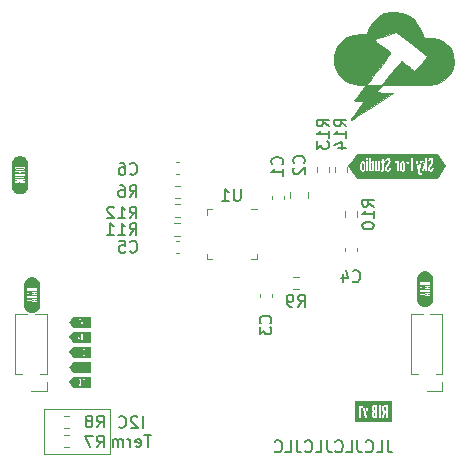
<source format=gbo>
%TF.GenerationSoftware,KiCad,Pcbnew,6.0.9-8da3e8f707~117~ubuntu22.04.1*%
%TF.CreationDate,2022-12-08T12:56:37-05:00*%
%TF.ProjectId,rotary_input_board,726f7461-7279-45f6-996e-7075745f626f,rev?*%
%TF.SameCoordinates,Original*%
%TF.FileFunction,Legend,Bot*%
%TF.FilePolarity,Positive*%
%FSLAX46Y46*%
G04 Gerber Fmt 4.6, Leading zero omitted, Abs format (unit mm)*
G04 Created by KiCad (PCBNEW 6.0.9-8da3e8f707~117~ubuntu22.04.1) date 2022-12-08 12:56:37*
%MOMM*%
%LPD*%
G01*
G04 APERTURE LIST*
%ADD10C,0.150000*%
%ADD11C,0.120000*%
%ADD12C,0.010000*%
G04 APERTURE END LIST*
D10*
X163219047Y-117452380D02*
X163219047Y-118166666D01*
X163266666Y-118309523D01*
X163361904Y-118404761D01*
X163504761Y-118452380D01*
X163600000Y-118452380D01*
X162266666Y-118452380D02*
X162742857Y-118452380D01*
X162742857Y-117452380D01*
X161361904Y-118357142D02*
X161409523Y-118404761D01*
X161552380Y-118452380D01*
X161647619Y-118452380D01*
X161790476Y-118404761D01*
X161885714Y-118309523D01*
X161933333Y-118214285D01*
X161980952Y-118023809D01*
X161980952Y-117880952D01*
X161933333Y-117690476D01*
X161885714Y-117595238D01*
X161790476Y-117500000D01*
X161647619Y-117452380D01*
X161552380Y-117452380D01*
X161409523Y-117500000D01*
X161361904Y-117547619D01*
X160647619Y-117452380D02*
X160647619Y-118166666D01*
X160695238Y-118309523D01*
X160790476Y-118404761D01*
X160933333Y-118452380D01*
X161028571Y-118452380D01*
X159695238Y-118452380D02*
X160171428Y-118452380D01*
X160171428Y-117452380D01*
X158790476Y-118357142D02*
X158838095Y-118404761D01*
X158980952Y-118452380D01*
X159076190Y-118452380D01*
X159219047Y-118404761D01*
X159314285Y-118309523D01*
X159361904Y-118214285D01*
X159409523Y-118023809D01*
X159409523Y-117880952D01*
X159361904Y-117690476D01*
X159314285Y-117595238D01*
X159219047Y-117500000D01*
X159076190Y-117452380D01*
X158980952Y-117452380D01*
X158838095Y-117500000D01*
X158790476Y-117547619D01*
X158076190Y-117452380D02*
X158076190Y-118166666D01*
X158123809Y-118309523D01*
X158219047Y-118404761D01*
X158361904Y-118452380D01*
X158457142Y-118452380D01*
X157123809Y-118452380D02*
X157600000Y-118452380D01*
X157600000Y-117452380D01*
X156219047Y-118357142D02*
X156266666Y-118404761D01*
X156409523Y-118452380D01*
X156504761Y-118452380D01*
X156647619Y-118404761D01*
X156742857Y-118309523D01*
X156790476Y-118214285D01*
X156838095Y-118023809D01*
X156838095Y-117880952D01*
X156790476Y-117690476D01*
X156742857Y-117595238D01*
X156647619Y-117500000D01*
X156504761Y-117452380D01*
X156409523Y-117452380D01*
X156266666Y-117500000D01*
X156219047Y-117547619D01*
X155504761Y-117452380D02*
X155504761Y-118166666D01*
X155552380Y-118309523D01*
X155647619Y-118404761D01*
X155790476Y-118452380D01*
X155885714Y-118452380D01*
X154552380Y-118452380D02*
X155028571Y-118452380D01*
X155028571Y-117452380D01*
X153647619Y-118357142D02*
X153695238Y-118404761D01*
X153838095Y-118452380D01*
X153933333Y-118452380D01*
X154076190Y-118404761D01*
X154171428Y-118309523D01*
X154219047Y-118214285D01*
X154266666Y-118023809D01*
X154266666Y-117880952D01*
X154219047Y-117690476D01*
X154171428Y-117595238D01*
X154076190Y-117500000D01*
X153933333Y-117452380D01*
X153838095Y-117452380D01*
X153695238Y-117500000D01*
X153647619Y-117547619D01*
D11*
X139700000Y-114808000D02*
X134112000Y-114808000D01*
X134112000Y-114808000D02*
X134112000Y-118618000D01*
X134112000Y-118618000D02*
X139700000Y-118618000D01*
X139700000Y-118618000D02*
X139700000Y-114808000D01*
D10*
X142454190Y-116397380D02*
X142454190Y-115397380D01*
X142025619Y-115492619D02*
X141978000Y-115445000D01*
X141882761Y-115397380D01*
X141644666Y-115397380D01*
X141549428Y-115445000D01*
X141501809Y-115492619D01*
X141454190Y-115587857D01*
X141454190Y-115683095D01*
X141501809Y-115825952D01*
X142073238Y-116397380D01*
X141454190Y-116397380D01*
X140454190Y-116302142D02*
X140501809Y-116349761D01*
X140644666Y-116397380D01*
X140739904Y-116397380D01*
X140882761Y-116349761D01*
X140978000Y-116254523D01*
X141025619Y-116159285D01*
X141073238Y-115968809D01*
X141073238Y-115825952D01*
X141025619Y-115635476D01*
X140978000Y-115540238D01*
X140882761Y-115445000D01*
X140739904Y-115397380D01*
X140644666Y-115397380D01*
X140501809Y-115445000D01*
X140454190Y-115492619D01*
X143168476Y-117007380D02*
X142597047Y-117007380D01*
X142882761Y-118007380D02*
X142882761Y-117007380D01*
X141882761Y-117959761D02*
X141978000Y-118007380D01*
X142168476Y-118007380D01*
X142263714Y-117959761D01*
X142311333Y-117864523D01*
X142311333Y-117483571D01*
X142263714Y-117388333D01*
X142168476Y-117340714D01*
X141978000Y-117340714D01*
X141882761Y-117388333D01*
X141835142Y-117483571D01*
X141835142Y-117578809D01*
X142311333Y-117674047D01*
X141406571Y-118007380D02*
X141406571Y-117340714D01*
X141406571Y-117531190D02*
X141358952Y-117435952D01*
X141311333Y-117388333D01*
X141216095Y-117340714D01*
X141120857Y-117340714D01*
X140787523Y-118007380D02*
X140787523Y-117340714D01*
X140787523Y-117435952D02*
X140739904Y-117388333D01*
X140644666Y-117340714D01*
X140501809Y-117340714D01*
X140406571Y-117388333D01*
X140358952Y-117483571D01*
X140358952Y-118007380D01*
X140358952Y-117483571D02*
X140311333Y-117388333D01*
X140216095Y-117340714D01*
X140073238Y-117340714D01*
X139978000Y-117388333D01*
X139930380Y-117483571D01*
X139930380Y-118007380D01*
%TO.C,R12*%
X141358857Y-98652380D02*
X141692190Y-98176190D01*
X141930285Y-98652380D02*
X141930285Y-97652380D01*
X141549333Y-97652380D01*
X141454095Y-97700000D01*
X141406476Y-97747619D01*
X141358857Y-97842857D01*
X141358857Y-97985714D01*
X141406476Y-98080952D01*
X141454095Y-98128571D01*
X141549333Y-98176190D01*
X141930285Y-98176190D01*
X140406476Y-98652380D02*
X140977904Y-98652380D01*
X140692190Y-98652380D02*
X140692190Y-97652380D01*
X140787428Y-97795238D01*
X140882666Y-97890476D01*
X140977904Y-97938095D01*
X140025523Y-97747619D02*
X139977904Y-97700000D01*
X139882666Y-97652380D01*
X139644571Y-97652380D01*
X139549333Y-97700000D01*
X139501714Y-97747619D01*
X139454095Y-97842857D01*
X139454095Y-97938095D01*
X139501714Y-98080952D01*
X140073142Y-98652380D01*
X139454095Y-98652380D01*
%TO.C,R14*%
X159702380Y-90857142D02*
X159226190Y-90523809D01*
X159702380Y-90285714D02*
X158702380Y-90285714D01*
X158702380Y-90666666D01*
X158750000Y-90761904D01*
X158797619Y-90809523D01*
X158892857Y-90857142D01*
X159035714Y-90857142D01*
X159130952Y-90809523D01*
X159178571Y-90761904D01*
X159226190Y-90666666D01*
X159226190Y-90285714D01*
X159702380Y-91809523D02*
X159702380Y-91238095D01*
X159702380Y-91523809D02*
X158702380Y-91523809D01*
X158845238Y-91428571D01*
X158940476Y-91333333D01*
X158988095Y-91238095D01*
X159035714Y-92666666D02*
X159702380Y-92666666D01*
X158654761Y-92428571D02*
X159369047Y-92190476D01*
X159369047Y-92809523D01*
%TO.C,C4*%
X160266666Y-103957142D02*
X160314285Y-104004761D01*
X160457142Y-104052380D01*
X160552380Y-104052380D01*
X160695238Y-104004761D01*
X160790476Y-103909523D01*
X160838095Y-103814285D01*
X160885714Y-103623809D01*
X160885714Y-103480952D01*
X160838095Y-103290476D01*
X160790476Y-103195238D01*
X160695238Y-103100000D01*
X160552380Y-103052380D01*
X160457142Y-103052380D01*
X160314285Y-103100000D01*
X160266666Y-103147619D01*
X159409523Y-103385714D02*
X159409523Y-104052380D01*
X159647619Y-103004761D02*
X159885714Y-103719047D01*
X159266666Y-103719047D01*
%TO.C,R10*%
X162052380Y-97657142D02*
X161576190Y-97323809D01*
X162052380Y-97085714D02*
X161052380Y-97085714D01*
X161052380Y-97466666D01*
X161100000Y-97561904D01*
X161147619Y-97609523D01*
X161242857Y-97657142D01*
X161385714Y-97657142D01*
X161480952Y-97609523D01*
X161528571Y-97561904D01*
X161576190Y-97466666D01*
X161576190Y-97085714D01*
X162052380Y-98609523D02*
X162052380Y-98038095D01*
X162052380Y-98323809D02*
X161052380Y-98323809D01*
X161195238Y-98228571D01*
X161290476Y-98133333D01*
X161338095Y-98038095D01*
X161052380Y-99228571D02*
X161052380Y-99323809D01*
X161100000Y-99419047D01*
X161147619Y-99466666D01*
X161242857Y-99514285D01*
X161433333Y-99561904D01*
X161671428Y-99561904D01*
X161861904Y-99514285D01*
X161957142Y-99466666D01*
X162004761Y-99419047D01*
X162052380Y-99323809D01*
X162052380Y-99228571D01*
X162004761Y-99133333D01*
X161957142Y-99085714D01*
X161861904Y-99038095D01*
X161671428Y-98990476D01*
X161433333Y-98990476D01*
X161242857Y-99038095D01*
X161147619Y-99085714D01*
X161100000Y-99133333D01*
X161052380Y-99228571D01*
%TO.C,U1*%
X150761904Y-96152380D02*
X150761904Y-96961904D01*
X150714285Y-97057142D01*
X150666666Y-97104761D01*
X150571428Y-97152380D01*
X150380952Y-97152380D01*
X150285714Y-97104761D01*
X150238095Y-97057142D01*
X150190476Y-96961904D01*
X150190476Y-96152380D01*
X149190476Y-97152380D02*
X149761904Y-97152380D01*
X149476190Y-97152380D02*
X149476190Y-96152380D01*
X149571428Y-96295238D01*
X149666666Y-96390476D01*
X149761904Y-96438095D01*
%TO.C,C6*%
X141390666Y-94857142D02*
X141438285Y-94904761D01*
X141581142Y-94952380D01*
X141676380Y-94952380D01*
X141819238Y-94904761D01*
X141914476Y-94809523D01*
X141962095Y-94714285D01*
X142009714Y-94523809D01*
X142009714Y-94380952D01*
X141962095Y-94190476D01*
X141914476Y-94095238D01*
X141819238Y-94000000D01*
X141676380Y-93952380D01*
X141581142Y-93952380D01*
X141438285Y-94000000D01*
X141390666Y-94047619D01*
X140533523Y-93952380D02*
X140724000Y-93952380D01*
X140819238Y-94000000D01*
X140866857Y-94047619D01*
X140962095Y-94190476D01*
X141009714Y-94380952D01*
X141009714Y-94761904D01*
X140962095Y-94857142D01*
X140914476Y-94904761D01*
X140819238Y-94952380D01*
X140628761Y-94952380D01*
X140533523Y-94904761D01*
X140485904Y-94857142D01*
X140438285Y-94761904D01*
X140438285Y-94523809D01*
X140485904Y-94428571D01*
X140533523Y-94380952D01*
X140628761Y-94333333D01*
X140819238Y-94333333D01*
X140914476Y-94380952D01*
X140962095Y-94428571D01*
X141009714Y-94523809D01*
%TO.C,R7*%
X138591666Y-118052380D02*
X138925000Y-117576190D01*
X139163095Y-118052380D02*
X139163095Y-117052380D01*
X138782142Y-117052380D01*
X138686904Y-117100000D01*
X138639285Y-117147619D01*
X138591666Y-117242857D01*
X138591666Y-117385714D01*
X138639285Y-117480952D01*
X138686904Y-117528571D01*
X138782142Y-117576190D01*
X139163095Y-117576190D01*
X138258333Y-117052380D02*
X137591666Y-117052380D01*
X138020238Y-118052380D01*
%TO.C,C3*%
X153265142Y-107529333D02*
X153312761Y-107481714D01*
X153360380Y-107338857D01*
X153360380Y-107243619D01*
X153312761Y-107100761D01*
X153217523Y-107005523D01*
X153122285Y-106957904D01*
X152931809Y-106910285D01*
X152788952Y-106910285D01*
X152598476Y-106957904D01*
X152503238Y-107005523D01*
X152408000Y-107100761D01*
X152360380Y-107243619D01*
X152360380Y-107338857D01*
X152408000Y-107481714D01*
X152455619Y-107529333D01*
X152360380Y-107862666D02*
X152360380Y-108481714D01*
X152741333Y-108148380D01*
X152741333Y-108291238D01*
X152788952Y-108386476D01*
X152836571Y-108434095D01*
X152931809Y-108481714D01*
X153169904Y-108481714D01*
X153265142Y-108434095D01*
X153312761Y-108386476D01*
X153360380Y-108291238D01*
X153360380Y-108005523D01*
X153312761Y-107910285D01*
X153265142Y-107862666D01*
%TO.C,R11*%
X141358857Y-100052380D02*
X141692190Y-99576190D01*
X141930285Y-100052380D02*
X141930285Y-99052380D01*
X141549333Y-99052380D01*
X141454095Y-99100000D01*
X141406476Y-99147619D01*
X141358857Y-99242857D01*
X141358857Y-99385714D01*
X141406476Y-99480952D01*
X141454095Y-99528571D01*
X141549333Y-99576190D01*
X141930285Y-99576190D01*
X140406476Y-100052380D02*
X140977904Y-100052380D01*
X140692190Y-100052380D02*
X140692190Y-99052380D01*
X140787428Y-99195238D01*
X140882666Y-99290476D01*
X140977904Y-99338095D01*
X139454095Y-100052380D02*
X140025523Y-100052380D01*
X139739809Y-100052380D02*
X139739809Y-99052380D01*
X139835047Y-99195238D01*
X139930285Y-99290476D01*
X140025523Y-99338095D01*
%TO.C,R6*%
X141366666Y-96852380D02*
X141700000Y-96376190D01*
X141938095Y-96852380D02*
X141938095Y-95852380D01*
X141557142Y-95852380D01*
X141461904Y-95900000D01*
X141414285Y-95947619D01*
X141366666Y-96042857D01*
X141366666Y-96185714D01*
X141414285Y-96280952D01*
X141461904Y-96328571D01*
X141557142Y-96376190D01*
X141938095Y-96376190D01*
X140509523Y-95852380D02*
X140700000Y-95852380D01*
X140795238Y-95900000D01*
X140842857Y-95947619D01*
X140938095Y-96090476D01*
X140985714Y-96280952D01*
X140985714Y-96661904D01*
X140938095Y-96757142D01*
X140890476Y-96804761D01*
X140795238Y-96852380D01*
X140604761Y-96852380D01*
X140509523Y-96804761D01*
X140461904Y-96757142D01*
X140414285Y-96661904D01*
X140414285Y-96423809D01*
X140461904Y-96328571D01*
X140509523Y-96280952D01*
X140604761Y-96233333D01*
X140795238Y-96233333D01*
X140890476Y-96280952D01*
X140938095Y-96328571D01*
X140985714Y-96423809D01*
%TO.C,R9*%
X155614666Y-106116380D02*
X155948000Y-105640190D01*
X156186095Y-106116380D02*
X156186095Y-105116380D01*
X155805142Y-105116380D01*
X155709904Y-105164000D01*
X155662285Y-105211619D01*
X155614666Y-105306857D01*
X155614666Y-105449714D01*
X155662285Y-105544952D01*
X155709904Y-105592571D01*
X155805142Y-105640190D01*
X156186095Y-105640190D01*
X155138476Y-106116380D02*
X154948000Y-106116380D01*
X154852761Y-106068761D01*
X154805142Y-106021142D01*
X154709904Y-105878285D01*
X154662285Y-105687809D01*
X154662285Y-105306857D01*
X154709904Y-105211619D01*
X154757523Y-105164000D01*
X154852761Y-105116380D01*
X155043238Y-105116380D01*
X155138476Y-105164000D01*
X155186095Y-105211619D01*
X155233714Y-105306857D01*
X155233714Y-105544952D01*
X155186095Y-105640190D01*
X155138476Y-105687809D01*
X155043238Y-105735428D01*
X154852761Y-105735428D01*
X154757523Y-105687809D01*
X154709904Y-105640190D01*
X154662285Y-105544952D01*
%TO.C,C1*%
X154257142Y-94083333D02*
X154304761Y-94035714D01*
X154352380Y-93892857D01*
X154352380Y-93797619D01*
X154304761Y-93654761D01*
X154209523Y-93559523D01*
X154114285Y-93511904D01*
X153923809Y-93464285D01*
X153780952Y-93464285D01*
X153590476Y-93511904D01*
X153495238Y-93559523D01*
X153400000Y-93654761D01*
X153352380Y-93797619D01*
X153352380Y-93892857D01*
X153400000Y-94035714D01*
X153447619Y-94083333D01*
X154352380Y-95035714D02*
X154352380Y-94464285D01*
X154352380Y-94750000D02*
X153352380Y-94750000D01*
X153495238Y-94654761D01*
X153590476Y-94559523D01*
X153638095Y-94464285D01*
%TO.C,R13*%
X158202380Y-90857142D02*
X157726190Y-90523809D01*
X158202380Y-90285714D02*
X157202380Y-90285714D01*
X157202380Y-90666666D01*
X157250000Y-90761904D01*
X157297619Y-90809523D01*
X157392857Y-90857142D01*
X157535714Y-90857142D01*
X157630952Y-90809523D01*
X157678571Y-90761904D01*
X157726190Y-90666666D01*
X157726190Y-90285714D01*
X158202380Y-91809523D02*
X158202380Y-91238095D01*
X158202380Y-91523809D02*
X157202380Y-91523809D01*
X157345238Y-91428571D01*
X157440476Y-91333333D01*
X157488095Y-91238095D01*
X157202380Y-92142857D02*
X157202380Y-92761904D01*
X157583333Y-92428571D01*
X157583333Y-92571428D01*
X157630952Y-92666666D01*
X157678571Y-92714285D01*
X157773809Y-92761904D01*
X158011904Y-92761904D01*
X158107142Y-92714285D01*
X158154761Y-92666666D01*
X158202380Y-92571428D01*
X158202380Y-92285714D01*
X158154761Y-92190476D01*
X158107142Y-92142857D01*
%TO.C,C5*%
X141390666Y-101449142D02*
X141438285Y-101496761D01*
X141581142Y-101544380D01*
X141676380Y-101544380D01*
X141819238Y-101496761D01*
X141914476Y-101401523D01*
X141962095Y-101306285D01*
X142009714Y-101115809D01*
X142009714Y-100972952D01*
X141962095Y-100782476D01*
X141914476Y-100687238D01*
X141819238Y-100592000D01*
X141676380Y-100544380D01*
X141581142Y-100544380D01*
X141438285Y-100592000D01*
X141390666Y-100639619D01*
X140485904Y-100544380D02*
X140962095Y-100544380D01*
X141009714Y-101020571D01*
X140962095Y-100972952D01*
X140866857Y-100925333D01*
X140628761Y-100925333D01*
X140533523Y-100972952D01*
X140485904Y-101020571D01*
X140438285Y-101115809D01*
X140438285Y-101353904D01*
X140485904Y-101449142D01*
X140533523Y-101496761D01*
X140628761Y-101544380D01*
X140866857Y-101544380D01*
X140962095Y-101496761D01*
X141009714Y-101449142D01*
%TO.C,R8*%
X138591666Y-116352380D02*
X138925000Y-115876190D01*
X139163095Y-116352380D02*
X139163095Y-115352380D01*
X138782142Y-115352380D01*
X138686904Y-115400000D01*
X138639285Y-115447619D01*
X138591666Y-115542857D01*
X138591666Y-115685714D01*
X138639285Y-115780952D01*
X138686904Y-115828571D01*
X138782142Y-115876190D01*
X139163095Y-115876190D01*
X138020238Y-115780952D02*
X138115476Y-115733333D01*
X138163095Y-115685714D01*
X138210714Y-115590476D01*
X138210714Y-115542857D01*
X138163095Y-115447619D01*
X138115476Y-115400000D01*
X138020238Y-115352380D01*
X137829761Y-115352380D01*
X137734523Y-115400000D01*
X137686904Y-115447619D01*
X137639285Y-115542857D01*
X137639285Y-115590476D01*
X137686904Y-115685714D01*
X137734523Y-115733333D01*
X137829761Y-115780952D01*
X138020238Y-115780952D01*
X138115476Y-115828571D01*
X138163095Y-115876190D01*
X138210714Y-115971428D01*
X138210714Y-116161904D01*
X138163095Y-116257142D01*
X138115476Y-116304761D01*
X138020238Y-116352380D01*
X137829761Y-116352380D01*
X137734523Y-116304761D01*
X137686904Y-116257142D01*
X137639285Y-116161904D01*
X137639285Y-115971428D01*
X137686904Y-115876190D01*
X137734523Y-115828571D01*
X137829761Y-115780952D01*
%TO.C,C2*%
X156107142Y-93983333D02*
X156154761Y-93935714D01*
X156202380Y-93792857D01*
X156202380Y-93697619D01*
X156154761Y-93554761D01*
X156059523Y-93459523D01*
X155964285Y-93411904D01*
X155773809Y-93364285D01*
X155630952Y-93364285D01*
X155440476Y-93411904D01*
X155345238Y-93459523D01*
X155250000Y-93554761D01*
X155202380Y-93697619D01*
X155202380Y-93792857D01*
X155250000Y-93935714D01*
X155297619Y-93983333D01*
X155297619Y-94364285D02*
X155250000Y-94411904D01*
X155202380Y-94507142D01*
X155202380Y-94745238D01*
X155250000Y-94840476D01*
X155297619Y-94888095D01*
X155392857Y-94935714D01*
X155488095Y-94935714D01*
X155630952Y-94888095D01*
X156202380Y-94316666D01*
X156202380Y-94935714D01*
%TO.C,LOGO101*%
G36*
X168725556Y-85944317D02*
G01*
X168483976Y-86442871D01*
X168102467Y-86858130D01*
X167588875Y-87174210D01*
X167577183Y-87179473D01*
X167450098Y-87230960D01*
X167312297Y-87270732D01*
X167141121Y-87300311D01*
X166913910Y-87321218D01*
X166608006Y-87334972D01*
X166200748Y-87343096D01*
X165669479Y-87347110D01*
X164991540Y-87348534D01*
X162775204Y-87350394D01*
X162251044Y-87985394D01*
X162951460Y-88010434D01*
X163651875Y-88035473D01*
X161873875Y-89208137D01*
X161470154Y-89473219D01*
X161022800Y-89763909D01*
X160639650Y-90009512D01*
X160339898Y-90197852D01*
X160142741Y-90316753D01*
X160067373Y-90354039D01*
X160101596Y-90284162D01*
X160220136Y-90106356D01*
X160404339Y-89848282D01*
X160635159Y-89537336D01*
X161231447Y-88747394D01*
X160811828Y-88721803D01*
X160662819Y-88709827D01*
X160468338Y-88682013D01*
X160392209Y-88652122D01*
X160404443Y-88626581D01*
X160496419Y-88491630D01*
X160658832Y-88272170D01*
X160868183Y-88000380D01*
X161344158Y-87392727D01*
X160756144Y-87346040D01*
X160666176Y-87337413D01*
X160534416Y-87306136D01*
X161459083Y-87306136D01*
X161535751Y-87335628D01*
X161726965Y-87347928D01*
X162060110Y-87350394D01*
X162738255Y-87350394D01*
X163531890Y-86334394D01*
X163680717Y-86144899D01*
X163941560Y-85818147D01*
X164156007Y-85556508D01*
X164305054Y-85382975D01*
X164369700Y-85320544D01*
X164377821Y-85323426D01*
X164483232Y-85395470D01*
X164675603Y-85544484D01*
X164920347Y-85743877D01*
X164976791Y-85790551D01*
X165214450Y-85980936D01*
X165393432Y-86114610D01*
X165478594Y-86165061D01*
X165480438Y-86164822D01*
X165562252Y-86096568D01*
X165723202Y-85926725D01*
X165937883Y-85683971D01*
X166180893Y-85396989D01*
X166426830Y-85094459D01*
X166577117Y-84905293D01*
X165258036Y-83893169D01*
X163938955Y-82881046D01*
X163012249Y-83187205D01*
X162668204Y-83304429D01*
X162365748Y-83414928D01*
X162160905Y-83498505D01*
X162085542Y-83542927D01*
X162113028Y-83577096D01*
X162250242Y-83696383D01*
X162476629Y-83875496D01*
X162762875Y-84090727D01*
X162952122Y-84232775D01*
X163203641Y-84432164D01*
X163376157Y-84582836D01*
X163440209Y-84660031D01*
X163433744Y-84675064D01*
X163352275Y-84797854D01*
X163192608Y-85019485D01*
X162974064Y-85314525D01*
X162715969Y-85657544D01*
X162437645Y-86023110D01*
X162158417Y-86385792D01*
X161897607Y-86720160D01*
X161674540Y-87000782D01*
X161508538Y-87202227D01*
X161469577Y-87252097D01*
X161459083Y-87306136D01*
X160534416Y-87306136D01*
X160056873Y-87192777D01*
X159530853Y-86912486D01*
X159106489Y-86509237D01*
X158802154Y-85995727D01*
X158777380Y-85931362D01*
X158689809Y-85511263D01*
X158680645Y-85026784D01*
X158746722Y-84548664D01*
X158884874Y-84147643D01*
X158966424Y-84005385D01*
X159320240Y-83600442D01*
X159790587Y-83294629D01*
X160353466Y-83100703D01*
X160984875Y-83031421D01*
X161450542Y-83029504D01*
X161650657Y-82567203D01*
X161791547Y-82301437D01*
X162113565Y-81881586D01*
X162505550Y-81523336D01*
X162916155Y-81278956D01*
X163095188Y-81224013D01*
X163426577Y-81167985D01*
X163780851Y-81145961D01*
X163825911Y-81146183D01*
X164433865Y-81222928D01*
X164960507Y-81442926D01*
X165426042Y-81814387D01*
X165505907Y-81903664D01*
X165698331Y-82165191D01*
X165893495Y-82479021D01*
X166065270Y-82798243D01*
X166187528Y-83075949D01*
X166234142Y-83265227D01*
X166241046Y-83290459D01*
X166369919Y-83350948D01*
X166662383Y-83371061D01*
X166946648Y-83380111D01*
X167458809Y-83464740D01*
X167885644Y-83651464D01*
X168271073Y-83956262D01*
X168303922Y-83988484D01*
X168538541Y-84249700D01*
X168678335Y-84494838D01*
X168764769Y-84794287D01*
X168775144Y-84905293D01*
X168819356Y-85378352D01*
X168725556Y-85944317D01*
G37*
D12*
X168725556Y-85944317D02*
X168483976Y-86442871D01*
X168102467Y-86858130D01*
X167588875Y-87174210D01*
X167577183Y-87179473D01*
X167450098Y-87230960D01*
X167312297Y-87270732D01*
X167141121Y-87300311D01*
X166913910Y-87321218D01*
X166608006Y-87334972D01*
X166200748Y-87343096D01*
X165669479Y-87347110D01*
X164991540Y-87348534D01*
X162775204Y-87350394D01*
X162251044Y-87985394D01*
X162951460Y-88010434D01*
X163651875Y-88035473D01*
X161873875Y-89208137D01*
X161470154Y-89473219D01*
X161022800Y-89763909D01*
X160639650Y-90009512D01*
X160339898Y-90197852D01*
X160142741Y-90316753D01*
X160067373Y-90354039D01*
X160101596Y-90284162D01*
X160220136Y-90106356D01*
X160404339Y-89848282D01*
X160635159Y-89537336D01*
X161231447Y-88747394D01*
X160811828Y-88721803D01*
X160662819Y-88709827D01*
X160468338Y-88682013D01*
X160392209Y-88652122D01*
X160404443Y-88626581D01*
X160496419Y-88491630D01*
X160658832Y-88272170D01*
X160868183Y-88000380D01*
X161344158Y-87392727D01*
X160756144Y-87346040D01*
X160666176Y-87337413D01*
X160534416Y-87306136D01*
X161459083Y-87306136D01*
X161535751Y-87335628D01*
X161726965Y-87347928D01*
X162060110Y-87350394D01*
X162738255Y-87350394D01*
X163531890Y-86334394D01*
X163680717Y-86144899D01*
X163941560Y-85818147D01*
X164156007Y-85556508D01*
X164305054Y-85382975D01*
X164369700Y-85320544D01*
X164377821Y-85323426D01*
X164483232Y-85395470D01*
X164675603Y-85544484D01*
X164920347Y-85743877D01*
X164976791Y-85790551D01*
X165214450Y-85980936D01*
X165393432Y-86114610D01*
X165478594Y-86165061D01*
X165480438Y-86164822D01*
X165562252Y-86096568D01*
X165723202Y-85926725D01*
X165937883Y-85683971D01*
X166180893Y-85396989D01*
X166426830Y-85094459D01*
X166577117Y-84905293D01*
X165258036Y-83893169D01*
X163938955Y-82881046D01*
X163012249Y-83187205D01*
X162668204Y-83304429D01*
X162365748Y-83414928D01*
X162160905Y-83498505D01*
X162085542Y-83542927D01*
X162113028Y-83577096D01*
X162250242Y-83696383D01*
X162476629Y-83875496D01*
X162762875Y-84090727D01*
X162952122Y-84232775D01*
X163203641Y-84432164D01*
X163376157Y-84582836D01*
X163440209Y-84660031D01*
X163433744Y-84675064D01*
X163352275Y-84797854D01*
X163192608Y-85019485D01*
X162974064Y-85314525D01*
X162715969Y-85657544D01*
X162437645Y-86023110D01*
X162158417Y-86385792D01*
X161897607Y-86720160D01*
X161674540Y-87000782D01*
X161508538Y-87202227D01*
X161469577Y-87252097D01*
X161459083Y-87306136D01*
X160534416Y-87306136D01*
X160056873Y-87192777D01*
X159530853Y-86912486D01*
X159106489Y-86509237D01*
X158802154Y-85995727D01*
X158777380Y-85931362D01*
X158689809Y-85511263D01*
X158680645Y-85026784D01*
X158746722Y-84548664D01*
X158884874Y-84147643D01*
X158966424Y-84005385D01*
X159320240Y-83600442D01*
X159790587Y-83294629D01*
X160353466Y-83100703D01*
X160984875Y-83031421D01*
X161450542Y-83029504D01*
X161650657Y-82567203D01*
X161791547Y-82301437D01*
X162113565Y-81881586D01*
X162505550Y-81523336D01*
X162916155Y-81278956D01*
X163095188Y-81224013D01*
X163426577Y-81167985D01*
X163780851Y-81145961D01*
X163825911Y-81146183D01*
X164433865Y-81222928D01*
X164960507Y-81442926D01*
X165426042Y-81814387D01*
X165505907Y-81903664D01*
X165698331Y-82165191D01*
X165893495Y-82479021D01*
X166065270Y-82798243D01*
X166187528Y-83075949D01*
X166234142Y-83265227D01*
X166241046Y-83290459D01*
X166369919Y-83350948D01*
X166662383Y-83371061D01*
X166946648Y-83380111D01*
X167458809Y-83464740D01*
X167885644Y-83651464D01*
X168271073Y-83956262D01*
X168303922Y-83988484D01*
X168538541Y-84249700D01*
X168678335Y-84494838D01*
X168764769Y-84794287D01*
X168775144Y-84905293D01*
X168819356Y-85378352D01*
X168725556Y-85944317D01*
%TO.C,kibuzzard-63921CE0*%
G36*
X136255806Y-111252000D02*
G01*
X136450274Y-110960297D01*
X136999155Y-110960297D01*
X137053130Y-111543703D01*
X137118218Y-111543703D01*
X137132024Y-111394478D01*
X137190052Y-111394478D01*
X137191392Y-111431983D01*
X137195410Y-111468297D01*
X137217437Y-111527034D01*
X137267840Y-111550053D01*
X137286037Y-111543703D01*
X137389284Y-111543703D01*
X137453577Y-111543703D01*
X137453577Y-111455597D01*
X137389284Y-111455597D01*
X137389284Y-111543703D01*
X137286037Y-111543703D01*
X137305940Y-111536758D01*
X137328959Y-111502627D01*
X137341063Y-111457780D01*
X137345627Y-111411941D01*
X137346007Y-111394478D01*
X137471040Y-111394478D01*
X137472379Y-111431983D01*
X137476398Y-111468297D01*
X137498424Y-111527034D01*
X137548827Y-111550053D01*
X137586927Y-111536758D01*
X137609946Y-111502627D01*
X137622051Y-111457780D01*
X137626615Y-111411941D01*
X137627409Y-111375428D01*
X137563115Y-111375428D01*
X137562321Y-111416306D01*
X137558551Y-111457184D01*
X137548827Y-111474647D01*
X137539699Y-111460161D01*
X137536127Y-111426823D01*
X137535334Y-111395272D01*
X137536276Y-111356080D01*
X137539104Y-111326613D01*
X137552994Y-111291687D01*
X137582165Y-111280178D01*
X137582165Y-111209534D01*
X137553590Y-111193659D01*
X137541088Y-111155758D01*
X137538112Y-111108728D01*
X137538707Y-111078963D01*
X137541882Y-111046220D01*
X137550415Y-111031734D01*
X137559741Y-111048998D01*
X137563710Y-111089083D01*
X137564702Y-111128572D01*
X137629790Y-111128572D01*
X137627607Y-111076780D01*
X137617884Y-111019233D01*
X137594468Y-110972600D01*
X137551209Y-110953947D01*
X137511719Y-110967639D01*
X137487907Y-111002167D01*
X137476001Y-111045030D01*
X137472627Y-111084122D01*
X137473471Y-111123264D01*
X137476001Y-111155758D01*
X137488105Y-111206161D01*
X137512315Y-111246047D01*
X137481557Y-111295061D01*
X137473669Y-111337675D01*
X137471040Y-111394478D01*
X137346007Y-111394478D01*
X137346421Y-111375428D01*
X137282127Y-111375428D01*
X137281334Y-111416306D01*
X137277563Y-111457184D01*
X137267840Y-111474647D01*
X137258712Y-111460161D01*
X137255140Y-111426823D01*
X137254346Y-111395272D01*
X137255289Y-111356080D01*
X137258116Y-111326613D01*
X137272007Y-111291687D01*
X137301177Y-111280178D01*
X137301177Y-111209534D01*
X137272602Y-111193659D01*
X137260101Y-111155758D01*
X137257124Y-111108728D01*
X137257719Y-111078963D01*
X137260894Y-111046220D01*
X137269427Y-111031734D01*
X137278754Y-111048998D01*
X137282723Y-111089083D01*
X137283715Y-111128572D01*
X137348802Y-111128572D01*
X137346619Y-111076780D01*
X137336896Y-111019233D01*
X137313480Y-110972600D01*
X137270221Y-110953947D01*
X137230732Y-110967639D01*
X137206919Y-111002167D01*
X137195013Y-111045030D01*
X137191640Y-111084122D01*
X137192483Y-111123264D01*
X137195013Y-111155758D01*
X137207118Y-111206161D01*
X137231327Y-111246047D01*
X137200569Y-111295061D01*
X137192682Y-111337675D01*
X137190052Y-111394478D01*
X137132024Y-111394478D01*
X137172193Y-110960297D01*
X137107899Y-110960297D01*
X137087659Y-111252000D01*
X137087262Y-111290497D01*
X137084087Y-111290497D01*
X137083690Y-111252397D01*
X137063449Y-110960297D01*
X136999155Y-110960297D01*
X136450274Y-110960297D01*
X136564751Y-110788582D01*
X138064194Y-110788582D01*
X138064194Y-111715418D01*
X136564751Y-111715418D01*
X136255806Y-111252000D01*
G37*
D11*
%TO.C,R12*%
X145187742Y-98522500D02*
X145662258Y-98522500D01*
X145187742Y-97477500D02*
X145662258Y-97477500D01*
%TO.C,R14*%
X159772500Y-94737258D02*
X159772500Y-94262742D01*
X158727500Y-94737258D02*
X158727500Y-94262742D01*
%TO.C,kibuzzard-63921B01*%
G36*
X159853097Y-94250000D02*
G01*
X160234627Y-93677706D01*
X161391737Y-93677706D01*
X161552075Y-93677706D01*
X161552075Y-93517369D01*
X161391737Y-93517369D01*
X161391737Y-93677706D01*
X160234627Y-93677706D01*
X160570471Y-93173940D01*
X167429529Y-93173940D01*
X168146903Y-94250000D01*
X167429529Y-95326060D01*
X160570471Y-95326060D01*
X159997560Y-94466694D01*
X160901200Y-94466694D01*
X160914991Y-94557280D01*
X160956366Y-94630603D01*
X161021552Y-94679121D01*
X161106781Y-94695294D01*
X161165685Y-94684181D01*
X161391737Y-94684181D01*
X161552075Y-94684181D01*
X161664787Y-94684181D01*
X161825125Y-94684181D01*
X161825125Y-94627031D01*
X161887831Y-94675847D01*
X161952125Y-94696881D01*
X161986948Y-94684181D01*
X162147387Y-94684181D01*
X162307725Y-94684181D01*
X162307725Y-94611156D01*
X162372019Y-94667513D01*
X162437900Y-94696881D01*
X162504575Y-94671481D01*
X162545056Y-94606791D01*
X162558550Y-94527019D01*
X162558550Y-93960281D01*
X162606175Y-93960281D01*
X162716506Y-93960281D01*
X162716506Y-94443675D01*
X162701425Y-94518684D01*
X162652212Y-94542894D01*
X162625622Y-94540512D01*
X162606969Y-94534956D01*
X162606969Y-94681800D01*
X162641497Y-94692516D01*
X162692694Y-94696881D01*
X162807788Y-94663544D01*
X162862159Y-94568294D01*
X162873173Y-94500428D01*
X162876844Y-94420656D01*
X162876844Y-94403194D01*
X162994319Y-94403194D01*
X163007813Y-94519478D01*
X163050278Y-94612744D01*
X163124097Y-94674656D01*
X163232444Y-94696881D01*
X163296161Y-94684181D01*
X163786481Y-94684181D01*
X163946819Y-94684181D01*
X163946819Y-94004731D01*
X163955550Y-93969013D01*
X163984919Y-93958694D01*
X164014684Y-93970997D01*
X164037306Y-93999969D01*
X164037306Y-94684181D01*
X164197644Y-94684181D01*
X164197644Y-94466694D01*
X164269081Y-94466694D01*
X164282873Y-94557280D01*
X164324247Y-94630603D01*
X164389434Y-94679121D01*
X164474663Y-94695294D01*
X164560388Y-94679121D01*
X164625475Y-94630603D01*
X164666552Y-94557280D01*
X164680244Y-94466694D01*
X164680244Y-94031719D01*
X164672566Y-93980919D01*
X164727869Y-93980919D01*
X164749697Y-93975759D01*
X164772319Y-93974569D01*
X164856456Y-94003144D01*
X164888206Y-94080931D01*
X164888206Y-94684181D01*
X165048544Y-94684181D01*
X165151731Y-94684181D01*
X165323181Y-94684181D01*
X165323181Y-93815819D01*
X165643063Y-93815819D01*
X165797050Y-94749269D01*
X165811238Y-94815646D01*
X165836341Y-94875078D01*
X165917700Y-94963184D01*
X166038350Y-94995331D01*
X166062956Y-94994538D01*
X166090738Y-94991362D01*
X166090738Y-94849281D01*
X166078038Y-94851266D01*
X166064544Y-94852456D01*
X165992709Y-94828644D01*
X165954213Y-94765144D01*
X165949847Y-94737362D01*
X165949450Y-94709581D01*
X165953646Y-94684181D01*
X166120900Y-94684181D01*
X166282825Y-94684181D01*
X166362200Y-94333344D01*
X166363788Y-94320644D01*
X166365375Y-94320644D01*
X166390775Y-94384144D01*
X166390775Y-94684181D01*
X166551113Y-94684181D01*
X166551113Y-94403194D01*
X166619375Y-94403194D01*
X166632869Y-94519478D01*
X166675334Y-94612744D01*
X166749153Y-94674656D01*
X166857500Y-94696881D01*
X166974975Y-94673466D01*
X167048794Y-94605600D01*
X167087291Y-94498444D01*
X167095923Y-94431769D01*
X167098800Y-94357156D01*
X166930525Y-94341281D01*
X166927747Y-94414703D01*
X166917428Y-94478203D01*
X166895203Y-94523050D01*
X166857500Y-94539719D01*
X166803525Y-94504397D01*
X166787650Y-94419069D01*
X166813844Y-94315088D01*
X166876550Y-94212694D01*
X166934593Y-94133120D01*
X166984897Y-94059500D01*
X167026172Y-93989452D01*
X167057128Y-93920594D01*
X167076476Y-93850744D01*
X167082925Y-93777719D01*
X167067844Y-93669372D01*
X167023791Y-93582853D01*
X166953544Y-93525306D01*
X166859088Y-93504669D01*
X166747566Y-93526894D01*
X166673747Y-93590394D01*
X166632472Y-93688422D01*
X166619375Y-93814231D01*
X166787650Y-93830106D01*
X166790428Y-93770972D01*
X166800350Y-93716600D01*
X166820988Y-93676912D01*
X166855913Y-93661831D01*
X166901950Y-93690009D01*
X166914650Y-93769781D01*
X166905720Y-93835266D01*
X166878931Y-93898369D01*
X166837061Y-93965441D01*
X166782888Y-94042831D01*
X166717304Y-94136494D01*
X166665016Y-94222219D01*
X166630785Y-94308341D01*
X166619375Y-94403194D01*
X166551113Y-94403194D01*
X166551113Y-93517369D01*
X166390775Y-93517369D01*
X166390775Y-94071406D01*
X166382838Y-94071406D01*
X166373313Y-94042831D01*
X166295525Y-93815819D01*
X166143125Y-93815819D01*
X166266950Y-94098394D01*
X166120900Y-94684181D01*
X165953646Y-94684181D01*
X166097088Y-93815819D01*
X165939925Y-93815819D01*
X165876425Y-94357156D01*
X165873250Y-94417481D01*
X165866900Y-94417481D01*
X165863725Y-94357156D01*
X165800225Y-93815819D01*
X165643063Y-93815819D01*
X165323181Y-93815819D01*
X165323181Y-93517369D01*
X165151731Y-93517369D01*
X165151731Y-94684181D01*
X165048544Y-94684181D01*
X165048544Y-93815819D01*
X164888206Y-93815819D01*
X164888206Y-93912656D01*
X164858838Y-93856300D01*
X164798909Y-93817406D01*
X164727869Y-93803119D01*
X164727869Y-93980919D01*
X164672566Y-93980919D01*
X164666552Y-93941132D01*
X164625475Y-93867809D01*
X164560388Y-93819291D01*
X164474663Y-93803119D01*
X164389434Y-93819291D01*
X164324247Y-93867809D01*
X164282873Y-93941132D01*
X164269081Y-94031719D01*
X164269081Y-94466694D01*
X164197644Y-94466694D01*
X164197644Y-93815819D01*
X164037306Y-93815819D01*
X164037306Y-93888844D01*
X163973012Y-93832091D01*
X163907131Y-93803119D01*
X163840456Y-93828519D01*
X163799975Y-93892812D01*
X163786481Y-93972981D01*
X163786481Y-94684181D01*
X163296161Y-94684181D01*
X163349919Y-94673466D01*
X163423738Y-94605600D01*
X163462234Y-94498444D01*
X163470866Y-94431769D01*
X163473744Y-94357156D01*
X163305469Y-94341281D01*
X163302691Y-94414703D01*
X163292372Y-94478203D01*
X163270147Y-94523050D01*
X163232444Y-94539719D01*
X163178469Y-94504397D01*
X163162594Y-94419069D01*
X163188788Y-94315088D01*
X163251494Y-94212694D01*
X163309537Y-94133120D01*
X163359841Y-94059500D01*
X163401116Y-93989452D01*
X163432072Y-93920594D01*
X163451420Y-93850744D01*
X163457869Y-93777719D01*
X163442788Y-93669372D01*
X163398734Y-93582853D01*
X163328488Y-93525306D01*
X163234031Y-93504669D01*
X163122509Y-93526894D01*
X163048691Y-93590394D01*
X163007416Y-93688422D01*
X162994319Y-93814231D01*
X163162594Y-93830106D01*
X163165372Y-93770972D01*
X163175294Y-93716600D01*
X163195931Y-93676912D01*
X163230856Y-93661831D01*
X163276894Y-93690009D01*
X163289594Y-93769781D01*
X163280664Y-93835266D01*
X163253875Y-93898369D01*
X163212005Y-93965441D01*
X163157831Y-94042831D01*
X163092248Y-94136494D01*
X163039959Y-94222219D01*
X163005729Y-94308341D01*
X162994319Y-94403194D01*
X162876844Y-94403194D01*
X162876844Y-93960281D01*
X162957806Y-93960281D01*
X162957806Y-93815819D01*
X162876844Y-93815819D01*
X162876844Y-93601506D01*
X162716506Y-93601506D01*
X162716506Y-93815819D01*
X162606175Y-93815819D01*
X162606175Y-93960281D01*
X162558550Y-93960281D01*
X162558550Y-93815819D01*
X162398212Y-93815819D01*
X162398212Y-94495269D01*
X162389084Y-94530591D01*
X162360113Y-94541306D01*
X162330347Y-94529003D01*
X162307725Y-94500031D01*
X162307725Y-93815819D01*
X162147387Y-93815819D01*
X162147387Y-94684181D01*
X161986948Y-94684181D01*
X162019594Y-94672275D01*
X162061663Y-94608378D01*
X162075950Y-94527019D01*
X162075950Y-93972981D01*
X162062059Y-93892019D01*
X162020388Y-93828122D01*
X161952125Y-93803119D01*
X161888625Y-93823756D01*
X161825125Y-93872969D01*
X161825125Y-93517369D01*
X161664787Y-93517369D01*
X161664787Y-94684181D01*
X161552075Y-94684181D01*
X161552075Y-93815819D01*
X161391737Y-93815819D01*
X161391737Y-94684181D01*
X161165685Y-94684181D01*
X161192506Y-94679121D01*
X161257594Y-94630603D01*
X161298670Y-94557280D01*
X161312362Y-94466694D01*
X161312362Y-94031719D01*
X161298670Y-93941132D01*
X161257594Y-93867809D01*
X161192506Y-93819291D01*
X161106781Y-93803119D01*
X161021552Y-93819291D01*
X160956366Y-93867809D01*
X160914991Y-93941132D01*
X160901200Y-94031719D01*
X160901200Y-94466694D01*
X159997560Y-94466694D01*
X159853097Y-94250000D01*
G37*
G36*
X164517525Y-93967425D02*
G01*
X164529431Y-94031719D01*
X164529431Y-94466694D01*
X164517525Y-94530988D01*
X164474663Y-94555594D01*
X164431800Y-94530591D01*
X164419894Y-94466694D01*
X164419894Y-94031719D01*
X164431800Y-93967425D01*
X164474663Y-93942819D01*
X164517525Y-93967425D01*
G37*
G36*
X161149644Y-93967425D02*
G01*
X161161550Y-94031719D01*
X161161550Y-94466694D01*
X161149644Y-94530988D01*
X161106781Y-94555594D01*
X161063919Y-94530591D01*
X161052012Y-94466694D01*
X161052012Y-94031719D01*
X161063919Y-93967425D01*
X161106781Y-93942819D01*
X161149644Y-93967425D01*
G37*
G36*
X161904500Y-93968616D02*
G01*
X161915613Y-94006319D01*
X161915613Y-94493681D01*
X161904500Y-94530988D01*
X161875925Y-94546069D01*
X161841397Y-94530988D01*
X161825125Y-94493681D01*
X161825125Y-94006319D01*
X161841397Y-93970600D01*
X161875925Y-93953931D01*
X161904500Y-93968616D01*
G37*
%TO.C,kibuzzard-63921DF1*%
G36*
X166506327Y-105105200D02*
G01*
X166164022Y-105085555D01*
X166145567Y-105085555D01*
X166145567Y-105083173D01*
X166164022Y-105083173D01*
X166506327Y-105064719D01*
X166506327Y-105105200D01*
G37*
G36*
X166506327Y-104527747D02*
G01*
X166164022Y-104508102D01*
X166145567Y-104508102D01*
X166145567Y-104505720D01*
X166164022Y-104505720D01*
X166506327Y-104487266D01*
X166506327Y-104527747D01*
G37*
G36*
X166640570Y-104195860D02*
G01*
X166594433Y-104202929D01*
X166532818Y-104206873D01*
X166457734Y-104208659D01*
X166371191Y-104209255D01*
X166284498Y-104208659D01*
X166208968Y-104206873D01*
X166146758Y-104202929D01*
X166100026Y-104195860D01*
X166061033Y-104167583D01*
X166678967Y-104167583D01*
X166640570Y-104195860D01*
G37*
G36*
X167052300Y-105542487D02*
G01*
X167042428Y-105609040D01*
X167026080Y-105674306D01*
X167003413Y-105737654D01*
X166974647Y-105798476D01*
X166940057Y-105856186D01*
X166899977Y-105910227D01*
X166854794Y-105960079D01*
X166804941Y-106005263D01*
X166750900Y-106045343D01*
X166693190Y-106079933D01*
X166632368Y-106108699D01*
X166569020Y-106131366D01*
X166503754Y-106147714D01*
X166437201Y-106157586D01*
X166370000Y-106160888D01*
X166302799Y-106157586D01*
X166236246Y-106147714D01*
X166170980Y-106131366D01*
X166107632Y-106108699D01*
X166046810Y-106079933D01*
X165989100Y-106045343D01*
X165935059Y-106005263D01*
X165885206Y-105960079D01*
X165840023Y-105910227D01*
X165799943Y-105856186D01*
X165765353Y-105798476D01*
X165736587Y-105737654D01*
X165713920Y-105674306D01*
X165697572Y-105609040D01*
X165687700Y-105542487D01*
X165684398Y-105475286D01*
X165684398Y-105027214D01*
X165932445Y-105027214D01*
X165932445Y-105142705D01*
X166807555Y-105227239D01*
X166807555Y-105124845D01*
X166628961Y-105111748D01*
X166628961Y-105056980D01*
X166807555Y-105043883D01*
X166807555Y-104941489D01*
X165932445Y-105027214D01*
X165684398Y-105027214D01*
X165684398Y-104917677D01*
X165932445Y-104917677D01*
X166064605Y-104917677D01*
X166064605Y-104845048D01*
X166807555Y-104845048D01*
X166807555Y-104746227D01*
X166064605Y-104746227D01*
X166064605Y-104673598D01*
X165932445Y-104673598D01*
X165932445Y-104917677D01*
X165684398Y-104917677D01*
X165684398Y-104449761D01*
X165932445Y-104449761D01*
X165932445Y-104565252D01*
X166807555Y-104649786D01*
X166807555Y-104547392D01*
X166628961Y-104534295D01*
X166628961Y-104479527D01*
X166807555Y-104466430D01*
X166807555Y-104364036D01*
X165932445Y-104449761D01*
X165684398Y-104449761D01*
X165684398Y-104068761D01*
X165932445Y-104068761D01*
X165932445Y-104144961D01*
X165962509Y-104230686D01*
X165999344Y-104259559D01*
X166049722Y-104280692D01*
X166112825Y-104295203D01*
X166187834Y-104304207D01*
X166274006Y-104308895D01*
X166370595Y-104310458D01*
X166470385Y-104308597D01*
X166557821Y-104303016D01*
X166632682Y-104292896D01*
X166694743Y-104277418D01*
X166743633Y-104255838D01*
X166778980Y-104227412D01*
X166807555Y-104146747D01*
X166807555Y-104068761D01*
X165932445Y-104068761D01*
X165684398Y-104068761D01*
X165684398Y-103820714D01*
X165687700Y-103753513D01*
X165697572Y-103686960D01*
X165713920Y-103621694D01*
X165736587Y-103558346D01*
X165765353Y-103497524D01*
X165799943Y-103439814D01*
X165840023Y-103385773D01*
X165885206Y-103335921D01*
X165935059Y-103290737D01*
X165989100Y-103250657D01*
X166046810Y-103216067D01*
X166107632Y-103187301D01*
X166170980Y-103164634D01*
X166236246Y-103148286D01*
X166302799Y-103138414D01*
X166370000Y-103135112D01*
X166437201Y-103138414D01*
X166503754Y-103148286D01*
X166569020Y-103164634D01*
X166632368Y-103187301D01*
X166693190Y-103216067D01*
X166750900Y-103250657D01*
X166804941Y-103290737D01*
X166854794Y-103335921D01*
X166899977Y-103385773D01*
X166940057Y-103439814D01*
X166974647Y-103497524D01*
X167003413Y-103558346D01*
X167026080Y-103621694D01*
X167042428Y-103686960D01*
X167052300Y-103753513D01*
X167055602Y-103820714D01*
X167055602Y-105475286D01*
X167052300Y-105542487D01*
G37*
%TO.C,C4*%
X160610000Y-101134420D02*
X160610000Y-101415580D01*
X159590000Y-101134420D02*
X159590000Y-101415580D01*
%TO.C,R10*%
X160622500Y-98062742D02*
X160622500Y-98537258D01*
X159577500Y-98062742D02*
X159577500Y-98537258D01*
%TO.C,kibuzzard-63921CC8*%
G36*
X137136673Y-112727978D02*
G01*
X137117821Y-112702380D01*
X137113108Y-112671622D01*
X137110479Y-112630545D01*
X137109288Y-112580489D01*
X137108891Y-112522794D01*
X137109288Y-112464999D01*
X137110479Y-112414645D01*
X137113108Y-112373172D01*
X137117821Y-112342017D01*
X137136673Y-112316022D01*
X137136673Y-112727978D01*
G37*
G36*
X136255806Y-112522000D02*
G01*
X136564751Y-112058582D01*
X138064194Y-112058582D01*
X138064194Y-112985418D01*
X136564751Y-112985418D01*
X136256071Y-112522397D01*
X137041423Y-112522397D01*
X137042663Y-112588923D01*
X137046384Y-112647214D01*
X137053130Y-112697121D01*
X137063449Y-112738495D01*
X137077836Y-112771089D01*
X137096787Y-112794653D01*
X137150563Y-112813703D01*
X137202554Y-112813703D01*
X137234304Y-112813703D01*
X137289866Y-112813703D01*
X137331935Y-112563672D01*
X137336301Y-112518428D01*
X137337491Y-112518428D01*
X137337491Y-112813703D01*
X137398610Y-112813703D01*
X137430360Y-112813703D01*
X137464491Y-112813703D01*
X137471635Y-112792272D01*
X137489693Y-112812909D01*
X137519260Y-112820053D01*
X137563313Y-112801598D01*
X137582760Y-112755759D01*
X137587523Y-112701784D01*
X137587523Y-112342216D01*
X137580180Y-112288638D01*
X137555773Y-112242600D01*
X137508941Y-112223947D01*
X137469849Y-112235655D01*
X137445838Y-112265619D01*
X137433734Y-112304314D01*
X137430360Y-112342216D01*
X137430360Y-112439847D01*
X137496241Y-112439847D01*
X137496241Y-112339041D01*
X137498226Y-112318205D01*
X137508941Y-112307291D01*
X137519062Y-112318006D01*
X137520848Y-112339041D01*
X137520848Y-112712103D01*
X137518268Y-112734328D01*
X137506957Y-112743853D01*
X137494455Y-112733733D01*
X137491479Y-112712103D01*
X137491479Y-112603359D01*
X137505766Y-112603359D01*
X137505766Y-112523191D01*
X137430360Y-112523191D01*
X137430360Y-112813703D01*
X137398610Y-112813703D01*
X137398610Y-112230297D01*
X137339079Y-112230297D01*
X137300582Y-112482709D01*
X137296613Y-112517634D01*
X137295423Y-112517634D01*
X137295423Y-112230297D01*
X137234304Y-112230297D01*
X137234304Y-112813703D01*
X137202554Y-112813703D01*
X137202554Y-112230297D01*
X137151754Y-112230297D01*
X137094604Y-112250339D01*
X137075355Y-112274896D01*
X137061266Y-112308481D01*
X137051592Y-112350550D01*
X137045590Y-112400556D01*
X137042464Y-112458004D01*
X137041423Y-112522397D01*
X136256071Y-112522397D01*
X136255806Y-112522000D01*
G37*
%TO.C,U1*%
X152110000Y-102110000D02*
X152110000Y-101635000D01*
X148365000Y-102110000D02*
X147890000Y-102110000D01*
X151635000Y-102110000D02*
X152110000Y-102110000D01*
X147890000Y-97890000D02*
X147890000Y-98365000D01*
X151635000Y-97890000D02*
X152110000Y-97890000D01*
X148365000Y-97890000D02*
X147890000Y-97890000D01*
X147890000Y-102110000D02*
X147890000Y-101635000D01*
%TO.C,kibuzzard-63921D08*%
G36*
X136257922Y-107442000D02*
G01*
X136393653Y-107238403D01*
X137088122Y-107238403D01*
X137136540Y-107238403D01*
X137136540Y-107733703D01*
X137202422Y-107733703D01*
X137274653Y-107733703D01*
X137330215Y-107733703D01*
X137372284Y-107483672D01*
X137376650Y-107438428D01*
X137377840Y-107438428D01*
X137377840Y-107733703D01*
X137438959Y-107733703D01*
X137470709Y-107733703D01*
X137536590Y-107733703D01*
X137536590Y-107150297D01*
X137470709Y-107150297D01*
X137470709Y-107733703D01*
X137438959Y-107733703D01*
X137438959Y-107150297D01*
X137379428Y-107150297D01*
X137340931Y-107402709D01*
X137336962Y-107437634D01*
X137335772Y-107437634D01*
X137335772Y-107150297D01*
X137274653Y-107150297D01*
X137274653Y-107733703D01*
X137202422Y-107733703D01*
X137202422Y-107238403D01*
X137250840Y-107238403D01*
X137250840Y-107150297D01*
X137088122Y-107150297D01*
X137088122Y-107238403D01*
X136393653Y-107238403D01*
X136562634Y-106984932D01*
X138062078Y-106984932D01*
X138062078Y-107899068D01*
X136562634Y-107899068D01*
X136257922Y-107442000D01*
G37*
%TO.C,kibuzzard-63921CFB*%
G36*
X137116035Y-108574681D02*
G01*
X137128338Y-108802884D01*
X137101351Y-108802884D01*
X137114448Y-108574681D01*
X137114448Y-108562378D01*
X137116035Y-108562378D01*
X137116035Y-108574681D01*
G37*
G36*
X136255806Y-108712000D02*
G01*
X136564751Y-108248582D01*
X138064194Y-108248582D01*
X138064194Y-109175418D01*
X136564751Y-109175418D01*
X136450274Y-109003703D01*
X137019991Y-109003703D01*
X137088254Y-109003703D01*
X137096985Y-108884641D01*
X137133498Y-108884641D01*
X137142229Y-109003703D01*
X137210491Y-109003703D01*
X137181955Y-108712397D01*
X137246210Y-108712397D01*
X137247450Y-108778923D01*
X137251171Y-108837214D01*
X137257918Y-108887121D01*
X137268237Y-108928495D01*
X137282623Y-108961089D01*
X137301574Y-108984653D01*
X137355351Y-109003703D01*
X137407341Y-109003703D01*
X137407341Y-108867178D01*
X137447029Y-108867178D01*
X137450005Y-108912620D01*
X137461515Y-108959452D01*
X137485724Y-108995766D01*
X137527198Y-109010053D01*
X137569465Y-108995170D01*
X137594071Y-108955681D01*
X137605779Y-108901111D01*
X137608954Y-108840984D01*
X137544660Y-108831459D01*
X137544263Y-108854280D01*
X137542279Y-108888213D01*
X137537119Y-108918772D01*
X137527198Y-108931472D01*
X137515887Y-108917184D01*
X137513704Y-108875116D01*
X137516085Y-108840538D01*
X137523229Y-108805067D01*
X137536524Y-108765925D01*
X137557360Y-108720334D01*
X137579982Y-108665963D01*
X137597444Y-108605439D01*
X137604191Y-108550472D01*
X137601016Y-108504434D01*
X137589705Y-108460183D01*
X137566687Y-108426845D01*
X137527991Y-108413947D01*
X137483343Y-108427639D01*
X137459729Y-108463953D01*
X137450402Y-108513761D01*
X137448616Y-108567934D01*
X137513704Y-108577459D01*
X137513902Y-108555631D01*
X137515291Y-108527255D01*
X137519062Y-108502648D01*
X137526404Y-108492528D01*
X137535532Y-108508602D01*
X137537516Y-108550472D01*
X137527991Y-108612186D01*
X137515887Y-108647657D01*
X137498623Y-108687791D01*
X137476794Y-108736954D01*
X137460523Y-108781255D01*
X137450402Y-108823671D01*
X137447029Y-108867178D01*
X137407341Y-108867178D01*
X137407341Y-108420297D01*
X137356541Y-108420297D01*
X137299391Y-108440339D01*
X137280143Y-108464896D01*
X137266054Y-108498481D01*
X137256380Y-108540550D01*
X137250377Y-108590556D01*
X137247252Y-108648004D01*
X137246210Y-108712397D01*
X137181955Y-108712397D01*
X137153341Y-108420297D01*
X137076348Y-108420297D01*
X137019991Y-109003703D01*
X136450274Y-109003703D01*
X136255806Y-108712000D01*
G37*
G36*
X137341460Y-108917978D02*
G01*
X137322609Y-108892380D01*
X137317896Y-108861622D01*
X137315266Y-108820545D01*
X137314076Y-108770489D01*
X137313679Y-108712794D01*
X137314076Y-108654999D01*
X137315266Y-108604645D01*
X137317896Y-108563172D01*
X137322609Y-108532017D01*
X137341460Y-108506022D01*
X137341460Y-108917978D01*
G37*
%TO.C,kibuzzard-63921DF1*%
G36*
X133232327Y-105035747D02*
G01*
X132890022Y-105016102D01*
X132871567Y-105016102D01*
X132871567Y-105013720D01*
X132890022Y-105013720D01*
X133232327Y-104995266D01*
X133232327Y-105035747D01*
G37*
G36*
X133366570Y-104703860D02*
G01*
X133320433Y-104710929D01*
X133258818Y-104714873D01*
X133183734Y-104716659D01*
X133097191Y-104717255D01*
X133010498Y-104716659D01*
X132934968Y-104714873D01*
X132872758Y-104710929D01*
X132826026Y-104703860D01*
X132787033Y-104675583D01*
X133404967Y-104675583D01*
X133366570Y-104703860D01*
G37*
G36*
X133778300Y-106050487D02*
G01*
X133768428Y-106117040D01*
X133752080Y-106182306D01*
X133729413Y-106245654D01*
X133700647Y-106306476D01*
X133666057Y-106364186D01*
X133625977Y-106418227D01*
X133580794Y-106468079D01*
X133530941Y-106513263D01*
X133476900Y-106553343D01*
X133419190Y-106587933D01*
X133358368Y-106616699D01*
X133295020Y-106639366D01*
X133229754Y-106655714D01*
X133163201Y-106665586D01*
X133096000Y-106668888D01*
X133028799Y-106665586D01*
X132962246Y-106655714D01*
X132896980Y-106639366D01*
X132833632Y-106616699D01*
X132772810Y-106587933D01*
X132715100Y-106553343D01*
X132661059Y-106513263D01*
X132611206Y-106468079D01*
X132566023Y-106418227D01*
X132525943Y-106364186D01*
X132491353Y-106306476D01*
X132462587Y-106245654D01*
X132439920Y-106182306D01*
X132423572Y-106117040D01*
X132413700Y-106050487D01*
X132410398Y-105983286D01*
X132410398Y-105535214D01*
X132658445Y-105535214D01*
X132658445Y-105650705D01*
X133533555Y-105735239D01*
X133533555Y-105632845D01*
X133354961Y-105619748D01*
X133354961Y-105564980D01*
X133533555Y-105551883D01*
X133533555Y-105449489D01*
X132658445Y-105535214D01*
X132410398Y-105535214D01*
X132410398Y-105425677D01*
X132658445Y-105425677D01*
X132790605Y-105425677D01*
X132790605Y-105353048D01*
X133533555Y-105353048D01*
X133533555Y-105254227D01*
X132790605Y-105254227D01*
X132790605Y-105181598D01*
X132658445Y-105181598D01*
X132658445Y-105425677D01*
X132410398Y-105425677D01*
X132410398Y-104957761D01*
X132658445Y-104957761D01*
X132658445Y-105073252D01*
X133533555Y-105157786D01*
X133533555Y-105055392D01*
X133354961Y-105042295D01*
X133354961Y-104987527D01*
X133533555Y-104974430D01*
X133533555Y-104872036D01*
X132658445Y-104957761D01*
X132410398Y-104957761D01*
X132410398Y-104576761D01*
X132658445Y-104576761D01*
X132658445Y-104652961D01*
X132688509Y-104738686D01*
X132725344Y-104767559D01*
X132775722Y-104788692D01*
X132838825Y-104803203D01*
X132913834Y-104812207D01*
X133000006Y-104816895D01*
X133096595Y-104818458D01*
X133196385Y-104816597D01*
X133283821Y-104811016D01*
X133358682Y-104800896D01*
X133420743Y-104785418D01*
X133469633Y-104763838D01*
X133504980Y-104735412D01*
X133533555Y-104654747D01*
X133533555Y-104576761D01*
X132658445Y-104576761D01*
X132410398Y-104576761D01*
X132410398Y-104328714D01*
X132413700Y-104261513D01*
X132423572Y-104194960D01*
X132439920Y-104129694D01*
X132462587Y-104066346D01*
X132491353Y-104005524D01*
X132525943Y-103947814D01*
X132566023Y-103893773D01*
X132611206Y-103843921D01*
X132661059Y-103798737D01*
X132715100Y-103758657D01*
X132772810Y-103724067D01*
X132833632Y-103695301D01*
X132896980Y-103672634D01*
X132962246Y-103656286D01*
X133028799Y-103646414D01*
X133096000Y-103643112D01*
X133163201Y-103646414D01*
X133229754Y-103656286D01*
X133295020Y-103672634D01*
X133358368Y-103695301D01*
X133419190Y-103724067D01*
X133476900Y-103758657D01*
X133530941Y-103798737D01*
X133580794Y-103843921D01*
X133625977Y-103893773D01*
X133666057Y-103947814D01*
X133700647Y-104005524D01*
X133729413Y-104066346D01*
X133752080Y-104129694D01*
X133768428Y-104194960D01*
X133778300Y-104261513D01*
X133781602Y-104328714D01*
X133781602Y-105983286D01*
X133778300Y-106050487D01*
G37*
G36*
X133232327Y-105613200D02*
G01*
X132890022Y-105593555D01*
X132871567Y-105593555D01*
X132871567Y-105591173D01*
X132890022Y-105591173D01*
X133232327Y-105572719D01*
X133232327Y-105613200D01*
G37*
%TO.C,C6*%
X145540580Y-93890000D02*
X145259420Y-93890000D01*
X145540580Y-94910000D02*
X145259420Y-94910000D01*
%TO.C,R7*%
X135762742Y-118022500D02*
X136237258Y-118022500D01*
X135762742Y-116977500D02*
X136237258Y-116977500D01*
%TO.C,J4*%
X131670000Y-106725000D02*
X132692470Y-106725000D01*
X133760000Y-111865000D02*
X134330000Y-111865000D01*
X134330000Y-111865000D02*
X134330000Y-106725000D01*
X133000000Y-113260000D02*
X134330000Y-113260000D01*
X134330000Y-113260000D02*
X134330000Y-112500000D01*
X133307530Y-106725000D02*
X134330000Y-106725000D01*
X131670000Y-111865000D02*
X132240000Y-111865000D01*
X131670000Y-111865000D02*
X131670000Y-106725000D01*
%TO.C,C3*%
X152398000Y-105015420D02*
X152398000Y-105296580D01*
X153418000Y-105015420D02*
X153418000Y-105296580D01*
%TO.C,kibuzzard-63921CF0*%
G36*
X136255806Y-109982000D02*
G01*
X136564751Y-109518582D01*
X138064194Y-109518582D01*
X138064194Y-110445418D01*
X136564751Y-110445418D01*
X136450274Y-110273703D01*
X137056504Y-110273703D01*
X137190648Y-110273703D01*
X137190648Y-110161784D01*
X137218429Y-110161784D01*
X137225573Y-110219331D01*
X137249782Y-110263186D01*
X137297010Y-110280053D01*
X137344834Y-110261202D01*
X137368249Y-110214966D01*
X137374798Y-110161784D01*
X137374798Y-110137178D01*
X137410516Y-110137178D01*
X137413493Y-110182620D01*
X137425002Y-110229452D01*
X137449212Y-110265766D01*
X137490685Y-110280053D01*
X137532952Y-110265170D01*
X137557559Y-110225681D01*
X137569266Y-110171111D01*
X137572441Y-110110984D01*
X137508148Y-110101459D01*
X137507751Y-110124280D01*
X137505766Y-110158213D01*
X137500607Y-110188772D01*
X137490685Y-110201472D01*
X137479374Y-110187184D01*
X137477191Y-110145116D01*
X137479573Y-110110538D01*
X137486716Y-110075067D01*
X137500012Y-110035925D01*
X137520848Y-109990334D01*
X137543469Y-109935963D01*
X137560932Y-109875439D01*
X137567679Y-109820472D01*
X137564504Y-109774434D01*
X137553193Y-109730183D01*
X137530174Y-109696845D01*
X137491479Y-109683947D01*
X137446830Y-109697639D01*
X137423216Y-109733953D01*
X137413890Y-109783761D01*
X137412104Y-109837934D01*
X137477191Y-109847459D01*
X137477390Y-109825631D01*
X137478779Y-109797255D01*
X137482549Y-109772648D01*
X137489891Y-109762528D01*
X137499019Y-109778602D01*
X137501004Y-109820472D01*
X137491479Y-109882186D01*
X137479374Y-109917657D01*
X137462110Y-109957791D01*
X137440282Y-110006954D01*
X137424010Y-110051255D01*
X137413890Y-110093671D01*
X137410516Y-110137178D01*
X137374798Y-110137178D01*
X137374798Y-109802216D01*
X137367654Y-109749034D01*
X137343643Y-109702798D01*
X137297010Y-109683947D01*
X137257918Y-109696250D01*
X137233907Y-109727603D01*
X137221802Y-109766695D01*
X137218429Y-109802216D01*
X137218429Y-109890322D01*
X137282723Y-109890322D01*
X137282723Y-109799041D01*
X137284509Y-109778403D01*
X137295423Y-109767291D01*
X137305741Y-109778403D01*
X137307329Y-109799041D01*
X137307329Y-110164959D01*
X137305543Y-110185597D01*
X137295423Y-110196709D01*
X137284509Y-110185597D01*
X137282723Y-110164959D01*
X137282723Y-110073678D01*
X137218429Y-110073678D01*
X137218429Y-110161784D01*
X137190648Y-110161784D01*
X137190648Y-109690297D01*
X137124766Y-109690297D01*
X137124766Y-110194328D01*
X137056504Y-110194328D01*
X137056504Y-110273703D01*
X136450274Y-110273703D01*
X136255806Y-109982000D01*
G37*
%TO.C,kibuzzard-63921BF7*%
G36*
X160465946Y-114085865D02*
G01*
X163534054Y-114085865D01*
X163534054Y-115914135D01*
X160465946Y-115914135D01*
X160465946Y-115583406D01*
X160796675Y-115583406D01*
X160968125Y-115583406D01*
X160968125Y-114715044D01*
X161126081Y-114715044D01*
X161267369Y-115583406D01*
X161426119Y-115583406D01*
X161479844Y-115253206D01*
X161861887Y-115253206D01*
X161869726Y-115345083D01*
X161893241Y-115425450D01*
X161931936Y-115491827D01*
X161985316Y-115541734D01*
X162053082Y-115572988D01*
X162134937Y-115583406D01*
X162338138Y-115583406D01*
X162465138Y-115583406D01*
X162636588Y-115583406D01*
X162636588Y-114753144D01*
X162731838Y-114753144D01*
X162740470Y-114844921D01*
X162766366Y-114923403D01*
X162804565Y-114985613D01*
X162850106Y-115028575D01*
X162733425Y-115583406D01*
X162904875Y-115583406D01*
X163001713Y-115091281D01*
X163031875Y-115091281D01*
X163031875Y-115583406D01*
X163203325Y-115583406D01*
X163203325Y-114416594D01*
X163031875Y-114416594D01*
X162938213Y-114426075D01*
X162862542Y-114454517D01*
X162804863Y-114501922D01*
X162764293Y-114567759D01*
X162739951Y-114651500D01*
X162731838Y-114753144D01*
X162636588Y-114753144D01*
X162636588Y-114416594D01*
X162465138Y-114416594D01*
X162465138Y-115583406D01*
X162338138Y-115583406D01*
X162338138Y-114416594D01*
X162163513Y-114416594D01*
X162080665Y-114424432D01*
X162009922Y-114447947D01*
X161952573Y-114488130D01*
X161909909Y-114545975D01*
X161883418Y-114622373D01*
X161874587Y-114718219D01*
X161880045Y-114796998D01*
X161896416Y-114865063D01*
X161928463Y-114922014D01*
X161980950Y-114967456D01*
X161926380Y-115012601D01*
X161889669Y-115078184D01*
X161868833Y-115159841D01*
X161861887Y-115253206D01*
X161479844Y-115253206D01*
X161567406Y-114715044D01*
X161411831Y-114715044D01*
X161357856Y-115218281D01*
X161353094Y-115305594D01*
X161340394Y-115305594D01*
X161335631Y-115218281D01*
X161281656Y-114715044D01*
X161126081Y-114715044D01*
X160968125Y-114715044D01*
X160968125Y-114669006D01*
X161082425Y-114669006D01*
X161082425Y-114559469D01*
X160974475Y-114511050D01*
X160899862Y-114416594D01*
X160796675Y-114416594D01*
X160796675Y-115583406D01*
X160465946Y-115583406D01*
X160465946Y-114085865D01*
G37*
G36*
X162166687Y-115413544D02*
G01*
X162064294Y-115367109D01*
X162045839Y-115310654D01*
X162039688Y-115234156D01*
X162045839Y-115156666D01*
X162064294Y-115100409D01*
X162166687Y-115054769D01*
X162166687Y-115413544D01*
G37*
G36*
X162166687Y-114897606D02*
G01*
X162067072Y-114857919D01*
X162039688Y-114740444D01*
X162067866Y-114624159D01*
X162166687Y-114586456D01*
X162166687Y-114897606D01*
G37*
G36*
X163031875Y-114932531D02*
G01*
X162956469Y-114911497D01*
X162916781Y-114851569D01*
X162904875Y-114759494D01*
X162911721Y-114685774D01*
X162932259Y-114631303D01*
X163031875Y-114586456D01*
X163031875Y-114932531D01*
G37*
%TO.C,J1*%
X167260000Y-111865000D02*
X167830000Y-111865000D01*
X165170000Y-106725000D02*
X166192470Y-106725000D01*
X167830000Y-111865000D02*
X167830000Y-106725000D01*
X166807530Y-106725000D02*
X167830000Y-106725000D01*
X167830000Y-113260000D02*
X167830000Y-112500000D01*
X165170000Y-111865000D02*
X165170000Y-106725000D01*
X165170000Y-111865000D02*
X165740000Y-111865000D01*
X166500000Y-113260000D02*
X167830000Y-113260000D01*
%TO.C,R11*%
X145137742Y-99077500D02*
X145612258Y-99077500D01*
X145137742Y-100122500D02*
X145612258Y-100122500D01*
%TO.C,R6*%
X145187742Y-96922500D02*
X145662258Y-96922500D01*
X145187742Y-95877500D02*
X145662258Y-95877500D01*
%TO.C,R9*%
X155685258Y-104662500D02*
X155210742Y-104662500D01*
X155685258Y-103617500D02*
X155210742Y-103617500D01*
%TO.C,C1*%
X153390000Y-97040580D02*
X153390000Y-96759420D01*
X154410000Y-97040580D02*
X154410000Y-96759420D01*
%TO.C,R13*%
X157227500Y-94262742D02*
X157227500Y-94737258D01*
X158272500Y-94262742D02*
X158272500Y-94737258D01*
%TO.C,kibuzzard-63921E31*%
G36*
X131967784Y-94992428D02*
G01*
X131886523Y-94998381D01*
X131803477Y-94992726D01*
X131769842Y-94964448D01*
X132003205Y-94964448D01*
X131967784Y-94992428D01*
G37*
G36*
X132350570Y-94440276D02*
G01*
X132304433Y-94447345D01*
X132242818Y-94451289D01*
X132167734Y-94453075D01*
X132081191Y-94453670D01*
X131994498Y-94453075D01*
X131918968Y-94451289D01*
X131856758Y-94447345D01*
X131810026Y-94440276D01*
X131771033Y-94411998D01*
X132388967Y-94411998D01*
X132350570Y-94440276D01*
G37*
G36*
X132352653Y-94993619D02*
G01*
X132255617Y-95001358D01*
X132159177Y-94993916D01*
X132121077Y-94964448D01*
X132390158Y-94964448D01*
X132352653Y-94993619D01*
G37*
G36*
X132771779Y-95995005D02*
G01*
X132761770Y-96062483D01*
X132745195Y-96128655D01*
X132722213Y-96192884D01*
X132693047Y-96254551D01*
X132657977Y-96313062D01*
X132617340Y-96367854D01*
X132571529Y-96418399D01*
X132520984Y-96464210D01*
X132466192Y-96504847D01*
X132407680Y-96539917D01*
X132346013Y-96569084D01*
X132281785Y-96592065D01*
X132215612Y-96608640D01*
X132148134Y-96618650D01*
X132080000Y-96621997D01*
X132011866Y-96618650D01*
X131944388Y-96608640D01*
X131878215Y-96592065D01*
X131813987Y-96569084D01*
X131752320Y-96539917D01*
X131693808Y-96504847D01*
X131639016Y-96464210D01*
X131588471Y-96418399D01*
X131542660Y-96367854D01*
X131502023Y-96313062D01*
X131466953Y-96254551D01*
X131437787Y-96192884D01*
X131414805Y-96128655D01*
X131398230Y-96062483D01*
X131388221Y-95995005D01*
X131384873Y-95926870D01*
X131384873Y-95560952D01*
X131632920Y-95560952D01*
X131650482Y-95619590D01*
X131695428Y-95655606D01*
X131753471Y-95673763D01*
X131810323Y-95678823D01*
X131956770Y-95678823D01*
X131956770Y-95580002D01*
X131805561Y-95580002D01*
X131774307Y-95577025D01*
X131757936Y-95560952D01*
X131774009Y-95545771D01*
X131805561Y-95543092D01*
X132365155Y-95543092D01*
X132398492Y-95546962D01*
X132412780Y-95563928D01*
X132397599Y-95582680D01*
X132365155Y-95587145D01*
X132202039Y-95587145D01*
X132202039Y-95565714D01*
X132081786Y-95565714D01*
X132081786Y-95678823D01*
X132517555Y-95678823D01*
X132517555Y-95627627D01*
X132485408Y-95616911D01*
X132516364Y-95589824D01*
X132527080Y-95545473D01*
X132499398Y-95479394D01*
X132430639Y-95450223D01*
X132349677Y-95443080D01*
X131810323Y-95443080D01*
X131729956Y-95454093D01*
X131660900Y-95490705D01*
X131632920Y-95560952D01*
X131384873Y-95560952D01*
X131384873Y-95401408D01*
X131642445Y-95401408D01*
X132349677Y-95401408D01*
X132439271Y-95392180D01*
X132503267Y-95357652D01*
X132527080Y-95284727D01*
X132503565Y-95211503D01*
X132439569Y-95176380D01*
X132349677Y-95166855D01*
X131642445Y-95166855D01*
X131642445Y-95265677D01*
X132349677Y-95265677D01*
X132388372Y-95269546D01*
X132402064Y-95284727D01*
X132388074Y-95299014D01*
X132349677Y-95302586D01*
X131642445Y-95302586D01*
X131642445Y-95401408D01*
X131384873Y-95401408D01*
X131384873Y-94865627D01*
X131642445Y-94865627D01*
X131642445Y-94952542D01*
X131671616Y-95038863D01*
X131751685Y-95084999D01*
X131806379Y-95095492D01*
X131868664Y-95098989D01*
X131924921Y-95096459D01*
X131978202Y-95088869D01*
X132055592Y-95044220D01*
X132134471Y-95089464D01*
X132196458Y-95098394D01*
X132269905Y-95101370D01*
X132337026Y-95097575D01*
X132396706Y-95086190D01*
X132446787Y-95067289D01*
X132485110Y-95040946D01*
X132517555Y-94965639D01*
X132517555Y-94865627D01*
X131642445Y-94865627D01*
X131384873Y-94865627D01*
X131384873Y-94620358D01*
X131642445Y-94620358D01*
X131642445Y-94818002D01*
X131774605Y-94818002D01*
X131774605Y-94719180D01*
X132010348Y-94719180D01*
X132010348Y-94796570D01*
X132138936Y-94796570D01*
X132138936Y-94719180D01*
X132385395Y-94719180D01*
X132385395Y-94818002D01*
X132517555Y-94818002D01*
X132517555Y-94620358D01*
X131642445Y-94620358D01*
X131384873Y-94620358D01*
X131384873Y-94313177D01*
X131642445Y-94313177D01*
X131642445Y-94389377D01*
X131672509Y-94475102D01*
X131709344Y-94503974D01*
X131759722Y-94525108D01*
X131822825Y-94539619D01*
X131897834Y-94548623D01*
X131984006Y-94553311D01*
X132080595Y-94554873D01*
X132180385Y-94553013D01*
X132267821Y-94547432D01*
X132342682Y-94537312D01*
X132404743Y-94521834D01*
X132453633Y-94500254D01*
X132488980Y-94471827D01*
X132517555Y-94391163D01*
X132517555Y-94313177D01*
X131642445Y-94313177D01*
X131384873Y-94313177D01*
X131384873Y-94065130D01*
X131388221Y-93996995D01*
X131398230Y-93929517D01*
X131414805Y-93863345D01*
X131437787Y-93799116D01*
X131466953Y-93737449D01*
X131502023Y-93678938D01*
X131542660Y-93624146D01*
X131588471Y-93573601D01*
X131639016Y-93527790D01*
X131693808Y-93487153D01*
X131752320Y-93452083D01*
X131813987Y-93422916D01*
X131878215Y-93399935D01*
X131944388Y-93383360D01*
X132011866Y-93373350D01*
X132080000Y-93370003D01*
X132148134Y-93373350D01*
X132215612Y-93383360D01*
X132281785Y-93399935D01*
X132346013Y-93422916D01*
X132407680Y-93452083D01*
X132466192Y-93487153D01*
X132520984Y-93527790D01*
X132571529Y-93573601D01*
X132617340Y-93624146D01*
X132657977Y-93678938D01*
X132693047Y-93737449D01*
X132722213Y-93799116D01*
X132745195Y-93863345D01*
X132761770Y-93929517D01*
X132771779Y-93996995D01*
X132775127Y-94065130D01*
X132775127Y-95926870D01*
X132771779Y-95995005D01*
G37*
%TO.C,C5*%
X145540580Y-101610000D02*
X145259420Y-101610000D01*
X145540580Y-100590000D02*
X145259420Y-100590000D01*
%TO.C,R8*%
X135762742Y-115377500D02*
X136237258Y-115377500D01*
X135762742Y-116422500D02*
X136237258Y-116422500D01*
%TO.C,C2*%
X154965000Y-96961252D02*
X154965000Y-96438748D01*
X156435000Y-96961252D02*
X156435000Y-96438748D01*
%TD*%
M02*

</source>
